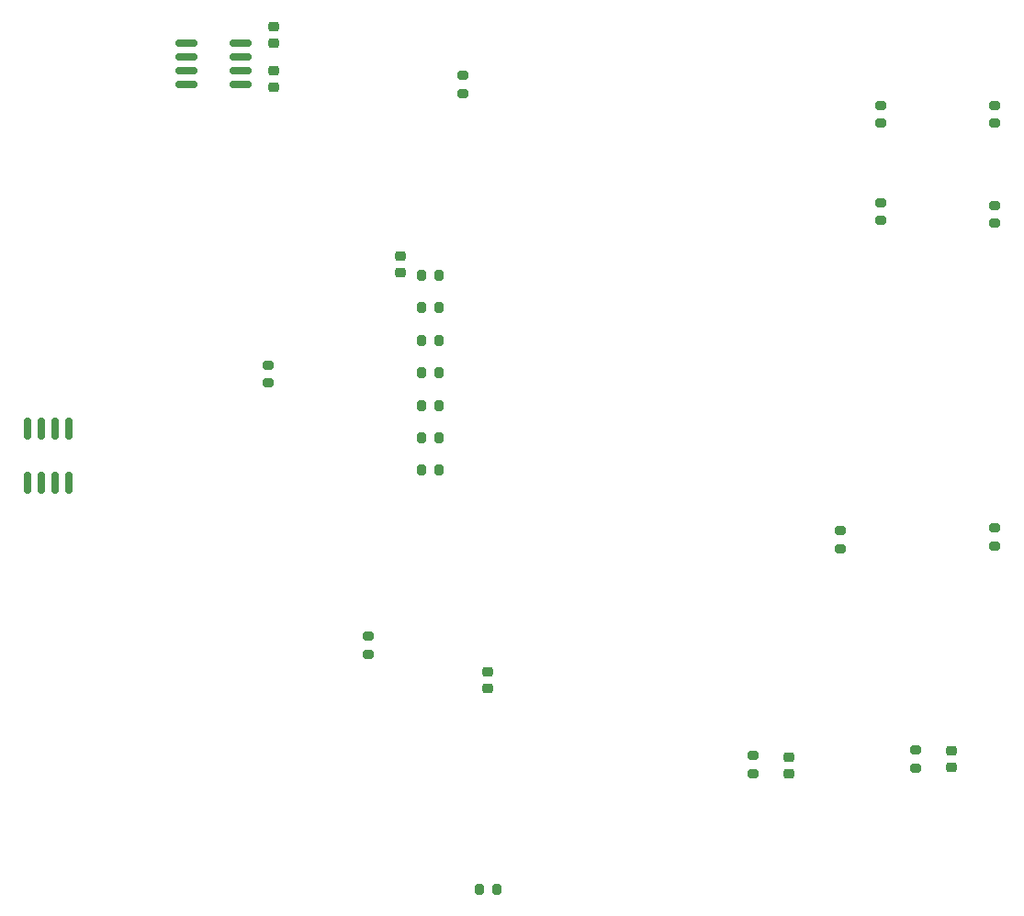
<source format=gbr>
%TF.GenerationSoftware,KiCad,Pcbnew,(6.0.7)*%
%TF.CreationDate,2022-09-06T17:39:21+02:00*%
%TF.ProjectId,myDAQExpansionBoard,6d794441-5145-4787-9061-6e73696f6e42,rev?*%
%TF.SameCoordinates,Original*%
%TF.FileFunction,Paste,Top*%
%TF.FilePolarity,Positive*%
%FSLAX46Y46*%
G04 Gerber Fmt 4.6, Leading zero omitted, Abs format (unit mm)*
G04 Created by KiCad (PCBNEW (6.0.7)) date 2022-09-06 17:39:21*
%MOMM*%
%LPD*%
G01*
G04 APERTURE LIST*
G04 Aperture macros list*
%AMRoundRect*
0 Rectangle with rounded corners*
0 $1 Rounding radius*
0 $2 $3 $4 $5 $6 $7 $8 $9 X,Y pos of 4 corners*
0 Add a 4 corners polygon primitive as box body*
4,1,4,$2,$3,$4,$5,$6,$7,$8,$9,$2,$3,0*
0 Add four circle primitives for the rounded corners*
1,1,$1+$1,$2,$3*
1,1,$1+$1,$4,$5*
1,1,$1+$1,$6,$7*
1,1,$1+$1,$8,$9*
0 Add four rect primitives between the rounded corners*
20,1,$1+$1,$2,$3,$4,$5,0*
20,1,$1+$1,$4,$5,$6,$7,0*
20,1,$1+$1,$6,$7,$8,$9,0*
20,1,$1+$1,$8,$9,$2,$3,0*%
G04 Aperture macros list end*
%ADD10RoundRect,0.200000X-0.200000X-0.275000X0.200000X-0.275000X0.200000X0.275000X-0.200000X0.275000X0*%
%ADD11RoundRect,0.225000X0.250000X-0.225000X0.250000X0.225000X-0.250000X0.225000X-0.250000X-0.225000X0*%
%ADD12RoundRect,0.200000X-0.275000X0.200000X-0.275000X-0.200000X0.275000X-0.200000X0.275000X0.200000X0*%
%ADD13RoundRect,0.225000X-0.250000X0.225000X-0.250000X-0.225000X0.250000X-0.225000X0.250000X0.225000X0*%
%ADD14RoundRect,0.200000X0.200000X0.275000X-0.200000X0.275000X-0.200000X-0.275000X0.200000X-0.275000X0*%
%ADD15RoundRect,0.150000X-0.825000X-0.150000X0.825000X-0.150000X0.825000X0.150000X-0.825000X0.150000X0*%
%ADD16RoundRect,0.200000X0.275000X-0.200000X0.275000X0.200000X-0.275000X0.200000X-0.275000X-0.200000X0*%
%ADD17RoundRect,0.150000X-0.150000X0.825000X-0.150000X-0.825000X0.150000X-0.825000X0.150000X0.825000X0*%
G04 APERTURE END LIST*
D10*
%TO.C,R11*%
X83407500Y-99600000D03*
X85057500Y-99600000D03*
%TD*%
D11*
%TO.C,CD2*%
X132250000Y-133025000D03*
X132250000Y-131475000D03*
%TD*%
%TO.C,C3*%
X89525000Y-125750000D03*
X89525000Y-124200000D03*
%TD*%
D12*
%TO.C,R3*%
X129000000Y-131425000D03*
X129000000Y-133075000D03*
%TD*%
D13*
%TO.C,C4*%
X69750000Y-68725000D03*
X69750000Y-70275000D03*
%TD*%
D14*
%TO.C,R21*%
X90350000Y-144225000D03*
X88700000Y-144225000D03*
%TD*%
D10*
%TO.C,R13*%
X83407500Y-102600000D03*
X85057500Y-102600000D03*
%TD*%
%TO.C,R8*%
X83407500Y-93600000D03*
X85057500Y-93600000D03*
%TD*%
D15*
%TO.C,U3*%
X61775000Y-66185000D03*
X61775000Y-67455000D03*
X61775000Y-68725000D03*
X61775000Y-69995000D03*
X66725000Y-69995000D03*
X66725000Y-68725000D03*
X66725000Y-67455000D03*
X66725000Y-66185000D03*
%TD*%
D12*
%TO.C,R20*%
X78525000Y-120900000D03*
X78525000Y-122550000D03*
%TD*%
D11*
%TO.C,CD1*%
X117250000Y-133575000D03*
X117250000Y-132025000D03*
%TD*%
D12*
%TO.C,R1*%
X125750000Y-71925000D03*
X125750000Y-73575000D03*
%TD*%
D11*
%TO.C,C1*%
X81500000Y-87375000D03*
X81500000Y-85825000D03*
%TD*%
D16*
%TO.C,R4*%
X122000000Y-112825000D03*
X122000000Y-111175000D03*
%TD*%
D11*
%TO.C,C2*%
X69750000Y-66185000D03*
X69750000Y-64635000D03*
%TD*%
D17*
%TO.C,U4*%
X50905000Y-101770000D03*
X49635000Y-101770000D03*
X48365000Y-101770000D03*
X47095000Y-101770000D03*
X47095000Y-106720000D03*
X48365000Y-106720000D03*
X49635000Y-106720000D03*
X50905000Y-106720000D03*
%TD*%
D10*
%TO.C,R14*%
X83407500Y-105600000D03*
X85057500Y-105600000D03*
%TD*%
%TO.C,R15*%
X83407500Y-87600000D03*
X85057500Y-87600000D03*
%TD*%
D12*
%TO.C,R12*%
X69300000Y-95875000D03*
X69300000Y-97525000D03*
%TD*%
%TO.C,R10*%
X136250000Y-81150000D03*
X136250000Y-82800000D03*
%TD*%
%TO.C,R6*%
X136250000Y-110925000D03*
X136250000Y-112575000D03*
%TD*%
D10*
%TO.C,R16*%
X83407500Y-90600000D03*
X85057500Y-90600000D03*
%TD*%
D12*
%TO.C,R5*%
X136225000Y-71925000D03*
X136225000Y-73575000D03*
%TD*%
%TO.C,R19*%
X87250000Y-69175000D03*
X87250000Y-70825000D03*
%TD*%
D10*
%TO.C,R9*%
X83407500Y-96600000D03*
X85057500Y-96600000D03*
%TD*%
D12*
%TO.C,R7*%
X125750000Y-80925000D03*
X125750000Y-82575000D03*
%TD*%
%TO.C,R2*%
X114000000Y-131925000D03*
X114000000Y-133575000D03*
%TD*%
M02*

</source>
